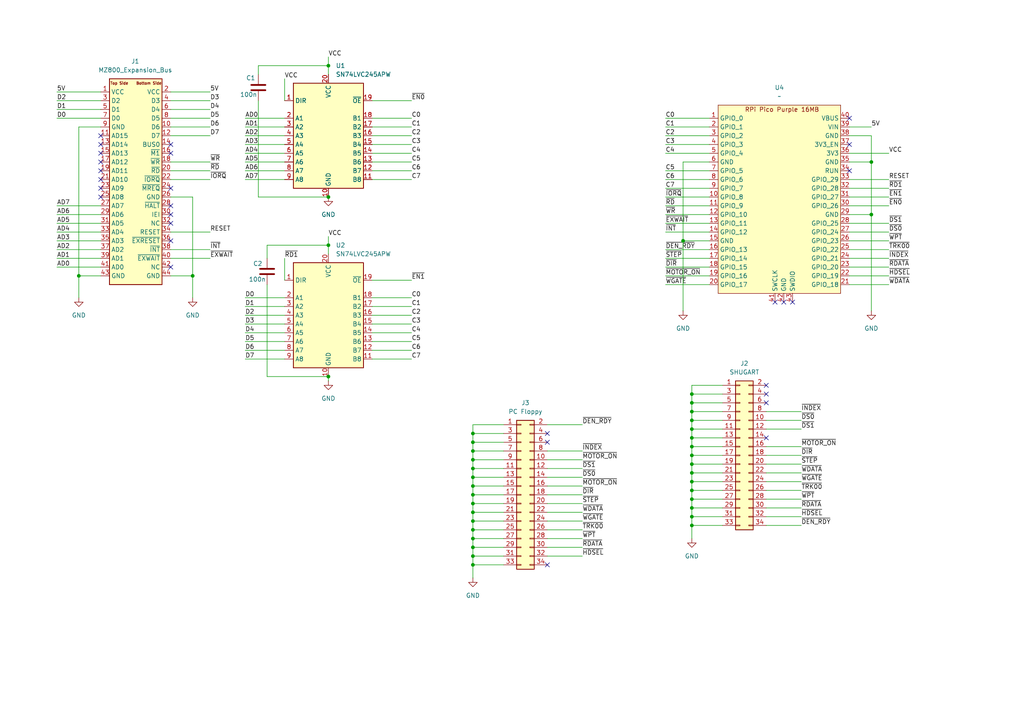
<source format=kicad_sch>
(kicad_sch (version 20250114) (generator "eeschema") (generator_version "9.0")
  (paper "A4")
  (lib_symbols
    (symbol "Connector_Generic:Conn_02x17_Odd_Even" (pin_names (offset 1.016) (hide yes))
      (property "Reference" "J" (at 1.27 22.86 0))
      (property "Value" "Conn_02x17_Odd_Even" (at 1.27 -22.86 0))
      (symbol "Conn_02x17_Odd_Even_1_1"
        (rectangle (start -1.27 21.59) (end 3.81 -21.59) (stroke (width 0.254)) (fill (type background)))
        (rectangle (start -1.27 20.447) (end 0 20.193) (stroke (width 0.1524)))
        (rectangle (start -1.27 17.907) (end 0 17.653) (stroke (width 0.1524)))
        (rectangle (start -1.27 15.367) (end 0 15.113) (stroke (width 0.1524)))
        (rectangle (start -1.27 12.827) (end 0 12.573) (stroke (width 0.1524)))
        (rectangle (start -1.27 10.287) (end 0 10.033) (stroke (width 0.1524)))
        (rectangle (start -1.27 7.747) (end 0 7.493) (stroke (width 0.1524)))
        (rectangle (start -1.27 5.207) (end 0 4.953) (stroke (width 0.1524)))
        (rectangle (start -1.27 2.667) (end 0 2.413) (stroke (width 0.1524)))
        (rectangle (start -1.27 0.127) (end 0 -0.127) (stroke (width 0.1524)))
        (rectangle (start -1.27 -2.413) (end 0 -2.667) (stroke (width 0.1524)))
        (rectangle (start -1.27 -4.953) (end 0 -5.207) (stroke (width 0.1524)))
        (rectangle (start -1.27 -7.493) (end 0 -7.747) (stroke (width 0.1524)))
        (rectangle (start -1.27 -10.033) (end 0 -10.287) (stroke (width 0.1524)))
        (rectangle (start -1.27 -12.573) (end 0 -12.827) (stroke (width 0.1524)))
        (rectangle (start -1.27 -15.113) (end 0 -15.367) (stroke (width 0.1524)))
        (rectangle (start -1.27 -17.653) (end 0 -17.907) (stroke (width 0.1524)))
        (rectangle (start -1.27 -20.193) (end 0 -20.447) (stroke (width 0.1524)))
        (rectangle (start 3.81 20.447) (end 2.54 20.193) (stroke (width 0.1524)))
        (rectangle (start 3.81 17.907) (end 2.54 17.653) (stroke (width 0.1524)))
        (rectangle (start 3.81 15.367) (end 2.54 15.113) (stroke (width 0.1524)))
        (rectangle (start 3.81 12.827) (end 2.54 12.573) (stroke (width 0.1524)))
        (rectangle (start 3.81 10.287) (end 2.54 10.033) (stroke (width 0.1524)))
        (rectangle (start 3.81 7.747) (end 2.54 7.493) (stroke (width 0.1524)))
        (rectangle (start 3.81 5.207) (end 2.54 4.953) (stroke (width 0.1524)))
        (rectangle (start 3.81 2.667) (end 2.54 2.413) (stroke (width 0.1524)))
        (rectangle (start 3.81 0.127) (end 2.54 -0.127) (stroke (width 0.1524)))
        (rectangle (start 3.81 -2.413) (end 2.54 -2.667) (stroke (width 0.1524)))
        (rectangle (start 3.81 -4.953) (end 2.54 -5.207) (stroke (width 0.1524)))
        (rectangle (start 3.81 -7.493) (end 2.54 -7.747) (stroke (width 0.1524)))
        (rectangle (start 3.81 -10.033) (end 2.54 -10.287) (stroke (width 0.1524)))
        (rectangle (start 3.81 -12.573) (end 2.54 -12.827) (stroke (width 0.1524)))
        (rectangle (start 3.81 -15.113) (end 2.54 -15.367) (stroke (width 0.1524)))
        (rectangle (start 3.81 -17.653) (end 2.54 -17.907) (stroke (width 0.1524)))
        (rectangle (start 3.81 -20.193) (end 2.54 -20.447) (stroke (width 0.1524)))
        (pin passive line (at -5.08 20.32 0) (length 3.81) (name "Pin_1") (number "1"))
        (pin passive line (at -5.08 17.78 0) (length 3.81) (name "Pin_3") (number "3"))
        (pin passive line (at -5.08 15.24 0) (length 3.81) (name "Pin_5") (number "5"))
        (pin passive line (at -5.08 12.7 0) (length 3.81) (name "Pin_7") (number "7"))
        (pin passive line (at -5.08 10.16 0) (length 3.81) (name "Pin_9") (number "9"))
        (pin passive line (at -5.08 7.62 0) (length 3.81) (name "Pin_11") (number "11"))
        (pin passive line (at -5.08 5.08 0) (length 3.81) (name "Pin_13") (number "13"))
        (pin passive line (at -5.08 2.54 0) (length 3.81) (name "Pin_15") (number "15"))
        (pin passive line (at -5.08 0 0) (length 3.81) (name "Pin_17") (number "17"))
        (pin passive line (at -5.08 -2.54 0) (length 3.81) (name "Pin_19") (number "19"))
        (pin passive line (at -5.08 -5.08 0) (length 3.81) (name "Pin_21") (number "21"))
        (pin passive line (at -5.08 -7.62 0) (length 3.81) (name "Pin_23") (number "23"))
        (pin passive line (at -5.08 -10.16 0) (length 3.81) (name "Pin_25") (number "25"))
        (pin passive line (at -5.08 -12.7 0) (length 3.81) (name "Pin_27") (number "27"))
        (pin passive line (at -5.08 -15.24 0) (length 3.81) (name "Pin_29") (number "29"))
        (pin passive line (at -5.08 -17.78 0) (length 3.81) (name "Pin_31") (number "31"))
        (pin passive line (at -5.08 -20.32 0) (length 3.81) (name "Pin_33") (number "33"))
        (pin passive line (at 7.62 20.32 180) (length 3.81) (name "Pin_2") (number "2"))
        (pin passive line (at 7.62 17.78 180) (length 3.81) (name "Pin_4") (number "4"))
        (pin passive line (at 7.62 15.24 180) (length 3.81) (name "Pin_6") (number "6"))
        (pin passive line (at 7.62 12.7 180) (length 3.81) (name "Pin_8") (number "8"))
        (pin passive line (at 7.62 10.16 180) (length 3.81) (name "Pin_10") (number "10"))
        (pin passive line (at 7.62 7.62 180) (length 3.81) (name "Pin_12") (number "12"))
        (pin passive line (at 7.62 5.08 180) (length 3.81) (name "Pin_14") (number "14"))
        (pin passive line (at 7.62 2.54 180) (length 3.81) (name "Pin_16") (number "16"))
        (pin passive line (at 7.62 0 180) (length 3.81) (name "Pin_18") (number "18"))
        (pin passive line (at 7.62 -2.54 180) (length 3.81) (name "Pin_20") (number "20"))
        (pin passive line (at 7.62 -5.08 180) (length 3.81) (name "Pin_22") (number "22"))
        (pin passive line (at 7.62 -7.62 180) (length 3.81) (name "Pin_24") (number "24"))
        (pin passive line (at 7.62 -10.16 180) (length 3.81) (name "Pin_26") (number "26"))
        (pin passive line (at 7.62 -12.7 180) (length 3.81) (name "Pin_28") (number "28"))
        (pin passive line (at 7.62 -15.24 180) (length 3.81) (name "Pin_30") (number "30"))
        (pin passive line (at 7.62 -17.78 180) (length 3.81) (name "Pin_32") (number "32"))
        (pin passive line (at 7.62 -20.32 180) (length 3.81) (name "Pin_34") (number "34"))
      )
    )
    (symbol "Device:C" (pin_numbers (hide yes)) (pin_names (offset 0.254))
      (property "Reference" "C" (at 0.635 2.54 0))
      (property "Value" "C" (at 0.635 -2.54 0))
      (symbol "C_0_1"
        (polyline (pts (xy -2.032 0.762) (xy 2.032 0.762)) (stroke (width 0.508)))
        (polyline (pts (xy -2.032 -0.762) (xy 2.032 -0.762)) (stroke (width 0.508)))
      )
      (symbol "C_1_1"
        (pin passive line (at 0 3.81 270) (length 2.794) (name "~") (number "1"))
        (pin passive line (at 0 -3.81 90) (length 2.794) (name "~") (number "2"))
      )
    )
    (symbol "Logic_LevelTranslator:SN74LVC245APW"
      (property "Reference" "U" (at -10.16 17.78 0))
      (property "Value" "SN74LVC245APW" (at 10.16 17.78 0))
      (symbol "SN74LVC245APW_0_1"
        (rectangle (start -10.16 15.24) (end 10.16 -15.24) (stroke (width 0.254)) (fill (type background)))
      )
      (symbol "SN74LVC245APW_1_1"
        (pin input line (at -12.7 10.16 0) (length 2.54) (name "DIR") (number "1"))
        (pin bidirectional line (at -12.7 5.08 0) (length 2.54) (name "A1") (number "2"))
        (pin bidirectional line (at -12.7 2.54 0) (length 2.54) (name "A2") (number "3"))
        (pin bidirectional line (at -12.7 0 0) (length 2.54) (name "A3") (number "4"))
        (pin bidirectional line (at -12.7 -2.54 0) (length 2.54) (name "A4") (number "5"))
        (pin bidirectional line (at -12.7 -5.08 0) (length 2.54) (name "A5") (number "6"))
        (pin bidirectional line (at -12.7 -7.62 0) (length 2.54) (name "A6") (number "7"))
        (pin bidirectional line (at -12.7 -10.16 0) (length 2.54) (name "A7") (number "8"))
        (pin bidirectional line (at -12.7 -12.7 0) (length 2.54) (name "A8") (number "9"))
        (pin power_in line (at 0 17.78 270) (length 2.54) (name "VCC") (number "20"))
        (pin power_in line (at 0 -17.78 90) (length 2.54) (name "GND") (number "10"))
        (pin input line (at 12.7 10.16 180) (length 2.54) (name "~{OE}") (number "19"))
        (pin bidirectional line (at 12.7 5.08 180) (length 2.54) (name "B1") (number "18"))
        (pin bidirectional line (at 12.7 2.54 180) (length 2.54) (name "B2") (number "17"))
        (pin bidirectional line (at 12.7 0 180) (length 2.54) (name "B3") (number "16"))
        (pin bidirectional line (at 12.7 -2.54 180) (length 2.54) (name "B4") (number "15"))
        (pin bidirectional line (at 12.7 -5.08 180) (length 2.54) (name "B5") (number "14"))
        (pin bidirectional line (at 12.7 -7.62 180) (length 2.54) (name "B6") (number "13"))
        (pin bidirectional line (at 12.7 -10.16 180) (length 2.54) (name "B7") (number "12"))
        (pin bidirectional line (at 12.7 -12.7 180) (length 2.54) (name "B8") (number "11"))
      )
    )
    (symbol "MZPico:MZ800_Expansion_Bus"
      (property "Reference" "J" (at 0 31.115 0))
      (property "Value" "MZ800_Expansion_Bus" (at 0 -31.115 0))
      (symbol "MZ800_Expansion_Bus_0_0"
        (text " Top Side" (at -5.08 29.21 0) (effects (font (size 0.7874 0.7874))))
        (text "Bottom Side" (at 3.81 29.21 0) (effects (font (size 0.7874 0.7874))))
      )
      (symbol "MZ800_Expansion_Bus_0_1"
        (rectangle (start -7.62 -29.21) (end 7.62 30.48) (stroke (width 0.254)) (fill (type background)))
      )
      (symbol "MZ800_Expansion_Bus_1_1"
        (pin power_out line (at -10.16 26.67 0) (length 2.54) (name "VCC") (number "1"))
        (pin tri_state line (at -10.16 24.13 0) (length 2.54) (name "D2") (number "3"))
        (pin tri_state line (at -10.16 21.59 0) (length 2.54) (name "D1") (number "5"))
        (pin tri_state line (at -10.16 19.05 0) (length 2.54) (name "D0") (number "7"))
        (pin power_in line (at -10.16 16.51 0) (length 2.54) (name "GND") (number "9"))
        (pin output line (at -10.16 13.97 0) (length 2.54) (name "AD15") (number "11"))
        (pin output line (at -10.16 11.43 0) (length 2.54) (name "AD14") (number "13"))
        (pin output line (at -10.16 8.89 0) (length 2.54) (name "AD13") (number "15"))
        (pin output line (at -10.16 6.35 0) (length 2.54) (name "AD12") (number "17"))
        (pin output line (at -10.16 3.81 0) (length 2.54) (name "AD11") (number "19"))
        (pin output line (at -10.16 1.27 0) (length 2.54) (name "AD10") (number "21"))
        (pin output line (at -10.16 -1.27 0) (length 2.54) (name "AD9") (number "23"))
        (pin output line (at -10.16 -3.81 0) (length 2.54) (name "AD8") (number "25"))
        (pin output line (at -10.16 -6.35 0) (length 2.54) (name "AD7") (number "27"))
        (pin output line (at -10.16 -8.89 0) (length 2.54) (name "AD6") (number "29"))
        (pin output line (at -10.16 -11.43 0) (length 2.54) (name "AD5") (number "31"))
        (pin output line (at -10.16 -13.97 0) (length 2.54) (name "AD4") (number "33"))
        (pin output line (at -10.16 -16.51 0) (length 2.54) (name "AD3") (number "35"))
        (pin output line (at -10.16 -19.05 0) (length 2.54) (name "AD2") (number "37"))
        (pin output line (at -10.16 -21.59 0) (length 2.54) (name "AD1") (number "39"))
        (pin output line (at -10.16 -24.13 0) (length 2.54) (name "AD0") (number "41"))
        (pin power_in line (at -10.16 -26.67 0) (length 2.54) (name "GND") (number "43"))
        (pin power_in line (at 10.16 26.67 180) (length 2.54) (name "VCC") (number "2"))
        (pin tri_state line (at 10.16 24.13 180) (length 2.54) (name "D3") (number "4"))
        (pin tri_state line (at 10.16 21.59 180) (length 2.54) (name "D4") (number "6"))
        (pin tri_state line (at 10.16 19.05 180) (length 2.54) (name "D5") (number "8"))
        (pin tri_state line (at 10.16 16.51 180) (length 2.54) (name "D6") (number "10"))
        (pin tri_state line (at 10.16 13.97 180) (length 2.54) (name "D7") (number "12"))
        (pin output line (at 10.16 11.43 180) (length 2.54) (name "BUS0") (number "14"))
        (pin output line (at 10.16 8.89 180) (length 2.54) (name "~{M1}") (number "16"))
        (pin output line (at 10.16 6.35 180) (length 2.54) (name "~{WR}") (number "18"))
        (pin output line (at 10.16 3.81 180) (length 2.54) (name "~{RD}") (number "20"))
        (pin output line (at 10.16 1.27 180) (length 2.54) (name "~{IORQ}") (number "22"))
        (pin output line (at 10.16 -1.27 180) (length 2.54) (name "~{MREQ}") (number "24"))
        (pin power_out line (at 10.16 -3.81 180) (length 2.54) (name "GND") (number "26"))
        (pin input line (at 10.16 -6.35 180) (length 2.54) (name "~{HALT}") (number "28"))
        (pin input line (at 10.16 -8.89 180) (length 2.54) (name "IEI") (number "30"))
        (pin passive line (at 10.16 -11.43 180) (length 2.54) (name "NC") (number "32"))
        (pin output line (at 10.16 -13.97 180) (length 2.54) (name "RESET") (number "34"))
        (pin input line (at 10.16 -16.51 180) (length 2.54) (name "~{EXRESET}") (number "36"))
        (pin input line (at 10.16 -19.05 180) (length 2.54) (name "~{INT}") (number "38"))
        (pin input line (at 10.16 -21.59 180) (length 2.54) (name "~{EXWAIT}") (number "40"))
        (pin passive line (at 10.16 -24.13 180) (length 2.54) (name "NC") (number "42"))
        (pin power_in line (at 10.16 -26.67 180) (length 2.54) (name "GND") (number "44"))
      )
    )
    (symbol "MZPico:Pico_Purple_16MB"
      (property "Reference" "U" (at -2.286 3.81 0))
      (symbol "Pico_Purple_16MB_1_1"
        (rectangle (start -19.05 1.27) (end 16.51 -53.34) (fill (type background)))
        (text "RPi Pico Purple 16MB" (at -0.508 0 0) (effects (font (size 1.27 1.27))))
        (pin bidirectional line (at -21.59 -2.54 0) (length 2.54) (name "GPIO_0") (number "1"))
        (pin bidirectional line (at -21.59 -5.08 0) (length 2.54) (name "GPIO_1") (number "2"))
        (pin bidirectional line (at -21.59 -7.62 0) (length 2.54) (name "GPIO_2") (number "3"))
        (pin bidirectional line (at -21.59 -10.16 0) (length 2.54) (name "GPIO_3") (number "4"))
        (pin bidirectional line (at -21.59 -12.7 0) (length 2.54) (name "GPIO_4") (number "5"))
        (pin power_in line (at -21.59 -15.24 0) (length 2.54) (name "GND") (number "6"))
        (pin bidirectional line (at -21.59 -17.78 0) (length 2.54) (name "GPIO_5") (number "7"))
        (pin bidirectional line (at -21.59 -20.32 0) (length 2.54) (name "GPIO_6") (number "8"))
        (pin bidirectional line (at -21.59 -22.86 0) (length 2.54) (name "GPIO_7") (number "9"))
        (pin bidirectional line (at -21.59 -25.4 0) (length 2.54) (name "GPIO_8") (number "10"))
        (pin bidirectional line (at -21.59 -27.94 0) (length 2.54) (name "GPIO_9") (number "11"))
        (pin bidirectional line (at -21.59 -30.48 0) (length 2.54) (name "GPIO_10") (number "12"))
        (pin bidirectional line (at -21.59 -33.02 0) (length 2.54) (name "GPIO_11") (number "13"))
        (pin bidirectional line (at -21.59 -35.56 0) (length 2.54) (name "GPIO_12") (number "14"))
        (pin power_in line (at -21.59 -38.1 0) (length 2.54) (name "GND") (number "15"))
        (pin bidirectional line (at -21.59 -40.64 0) (length 2.54) (name "GPIO_13") (number "16"))
        (pin bidirectional line (at -21.59 -43.18 0) (length 2.54) (name "GPIO_14") (number "17"))
        (pin bidirectional line (at -21.59 -45.72 0) (length 2.54) (name "GPIO_15") (number "18"))
        (pin bidirectional line (at -21.59 -48.26 0) (length 2.54) (name "GPIO_16") (number "19"))
        (pin bidirectional line (at -21.59 -50.8 0) (length 2.54) (name "GPIO_17") (number "20"))
        (pin input line (at -2.54 -55.88 90) (length 2.54) (name "SWCLK") (number "41"))
        (pin power_in line (at 0 -55.88 90) (length 2.54) (name "GND") (number "42"))
        (pin bidirectional line (at 2.54 -55.88 90) (length 2.54) (name "SWDIO") (number "43"))
        (pin power_in line (at 19.05 -2.54 180) (length 2.54) (name "VBUS") (number "40"))
        (pin power_in line (at 19.05 -5.08 180) (length 2.54) (name "VIN") (number "39"))
        (pin power_in line (at 19.05 -7.62 180) (length 2.54) (name "GND") (number "38"))
        (pin input line (at 19.05 -10.16 180) (length 2.54) (name "3V3_EN") (number "37"))
        (pin power_in line (at 19.05 -12.7 180) (length 2.54) (name "3V3") (number "36"))
        (pin power_in line (at 19.05 -15.24 180) (length 2.54) (name "GND") (number "35"))
        (pin input line (at 19.05 -17.78 180) (length 2.54) (name "RUN") (number "34"))
        (pin bidirectional line (at 19.05 -20.32 180) (length 2.54) (name "GPIO_29") (number "33"))
        (pin bidirectional line (at 19.05 -22.86 180) (length 2.54) (name "GPIO_28") (number "32"))
        (pin bidirectional line (at 19.05 -25.4 180) (length 2.54) (name "GPIO_27") (number "31"))
        (pin bidirectional line (at 19.05 -27.94 180) (length 2.54) (name "GPIO_26") (number "30"))
        (pin power_in line (at 19.05 -30.48 180) (length 2.54) (name "GND") (number "29"))
        (pin bidirectional line (at 19.05 -33.02 180) (length 2.54) (name "GPIO_25") (number "28"))
        (pin bidirectional line (at 19.05 -35.56 180) (length 2.54) (name "GPIO_24") (number "27"))
        (pin bidirectional line (at 19.05 -38.1 180) (length 2.54) (name "GPIO_23") (number "26"))
        (pin bidirectional line (at 19.05 -40.64 180) (length 2.54) (name "GPIO_22") (number "25"))
        (pin bidirectional line (at 19.05 -43.18 180) (length 2.54) (name "GPIO_21") (number "24"))
        (pin bidirectional line (at 19.05 -45.72 180) (length 2.54) (name "GPIO_20") (number "23"))
        (pin bidirectional line (at 19.05 -48.26 180) (length 2.54) (name "GPIO_19") (number "22"))
        (pin bidirectional line (at 19.05 -50.8 180) (length 2.54) (name "GPIO_18") (number "21"))
      )
    )
    (symbol "power:GND" (power) (pin_numbers (hide yes)) (pin_names (offset 0) (hide yes))
      (property "Value" "GND" (at 0 -3.81 0))
      (symbol "GND_0_1"
        (polyline (pts (xy 0 0) (xy 0 -1.27) (xy 1.27 -1.27) (xy 0 -2.54) (xy -1.27 -1.27) (xy 0 -1.27)))
      )
      (symbol "GND_1_1"
        (pin power_in line (at 0 0 270) (length 0) (name "~") (number "1"))
      )
    )
  )
  (junction (at 200.66 129.54))
  (junction (at 200.66 116.84))
  (junction (at 95.25 57.15))
  (junction (at 252.73 62.23))
  (junction (at 198.12 69.85))
  (junction (at 95.25 71.12))
  (junction (at 200.66 121.92))
  (junction (at 137.16 151.13))
  (junction (at 200.66 152.4))
  (junction (at 200.66 134.62))
  (junction (at 200.66 119.38))
  (junction (at 200.66 132.08))
  (junction (at 137.16 146.05))
  (junction (at 137.16 140.97))
  (junction (at 137.16 148.59))
  (junction (at 200.66 127))
  (junction (at 200.66 137.16))
  (junction (at 137.16 156.21))
  (junction (at 95.25 109.22))
  (junction (at 137.16 125.73))
  (junction (at 137.16 163.83))
  (junction (at 55.88 80.01))
  (junction (at 200.66 149.86))
  (junction (at 137.16 133.35))
  (junction (at 200.66 124.46))
  (junction (at 252.73 46.99))
  (junction (at 137.16 143.51))
  (junction (at 137.16 130.81))
  (junction (at 137.16 158.75))
  (junction (at 137.16 161.29))
  (junction (at 200.66 139.7))
  (junction (at 95.25 19.05))
  (junction (at 137.16 135.89))
  (junction (at 137.16 128.27))
  (junction (at 200.66 114.3))
  (junction (at 200.66 147.32))
  (junction (at 200.66 142.24))
  (junction (at 22.86 80.01))
  (junction (at 137.16 153.67))
  (junction (at 200.66 144.78))
  (junction (at 137.16 138.43))
  (no_connect (at 246.38 49.53))
  (no_connect (at 49.53 54.61))
  (no_connect (at 158.75 128.27))
  (no_connect (at 29.21 52.07))
  (no_connect (at 49.53 77.47))
  (no_connect (at 29.21 46.99))
  (no_connect (at 229.87 87.63))
  (no_connect (at 222.25 111.76))
  (no_connect (at 222.25 127))
  (no_connect (at 222.25 116.84))
  (no_connect (at 29.21 57.15))
  (no_connect (at 227.33 87.63))
  (no_connect (at 246.38 34.29))
  (no_connect (at 224.79 87.63))
  (no_connect (at 49.53 62.23))
  (no_connect (at 222.25 114.3))
  (no_connect (at 29.21 44.45))
  (no_connect (at 246.38 41.91))
  (no_connect (at 29.21 54.61))
  (no_connect (at 29.21 39.37))
  (no_connect (at 29.21 49.53))
  (no_connect (at 158.75 125.73))
  (no_connect (at 49.53 41.91))
  (no_connect (at 49.53 59.69))
  (no_connect (at 49.53 64.77))
  (no_connect (at 49.53 44.45))
  (no_connect (at 49.53 69.85))
  (no_connect (at 158.75 163.83))
  (no_connect (at 29.21 41.91))
  (wire (pts (xy 200.66 152.4) (xy 209.55 152.4)))
  (wire (pts (xy 137.16 138.43) (xy 137.16 140.97)))
  (wire (pts (xy 246.38 39.37) (xy 252.73 39.37)))
  (wire (pts (xy 82.55 22.86) (xy 82.55 29.21)))
  (wire (pts (xy 158.75 143.51) (xy 168.91 143.51)))
  (wire (pts (xy 137.16 158.75) (xy 146.05 158.75)))
  (wire (pts (xy 107.95 39.37) (xy 119.38 39.37)))
  (wire (pts (xy 137.16 143.51) (xy 137.16 146.05)))
  (wire (pts (xy 16.51 62.23) (xy 29.21 62.23)))
  (wire (pts (xy 137.16 163.83) (xy 146.05 163.83)))
  (wire (pts (xy 71.12 39.37) (xy 82.55 39.37)))
  (wire (pts (xy 200.66 132.08) (xy 209.55 132.08)))
  (wire (pts (xy 246.38 54.61) (xy 257.81 54.61)))
  (wire (pts (xy 193.04 72.39) (xy 205.74 72.39)))
  (wire (pts (xy 158.75 161.29) (xy 168.91 161.29)))
  (wire (pts (xy 137.16 161.29) (xy 146.05 161.29)))
  (wire (pts (xy 137.16 128.27) (xy 137.16 130.81)))
  (wire (pts (xy 49.53 36.83) (xy 60.96 36.83)))
  (wire (pts (xy 222.25 139.7) (xy 232.41 139.7)))
  (wire (pts (xy 137.16 151.13) (xy 146.05 151.13)))
  (wire (pts (xy 158.75 140.97) (xy 168.91 140.97)))
  (wire (pts (xy 137.16 156.21) (xy 146.05 156.21)))
  (wire (pts (xy 71.12 101.6) (xy 82.55 101.6)))
  (wire (pts (xy 71.12 91.44) (xy 82.55 91.44)))
  (wire (pts (xy 49.53 39.37) (xy 60.96 39.37)))
  (wire (pts (xy 193.04 41.91) (xy 205.74 41.91)))
  (wire (pts (xy 71.12 88.9) (xy 82.55 88.9)))
  (wire (pts (xy 71.12 96.52) (xy 82.55 96.52)))
  (wire (pts (xy 49.53 49.53) (xy 60.96 49.53)))
  (wire (pts (xy 137.16 123.19) (xy 137.16 125.73)))
  (wire (pts (xy 49.53 72.39) (xy 60.96 72.39)))
  (wire (pts (xy 137.16 140.97) (xy 146.05 140.97)))
  (wire (pts (xy 252.73 46.99) (xy 252.73 62.23)))
  (wire (pts (xy 246.38 80.01) (xy 257.81 80.01)))
  (wire (pts (xy 71.12 44.45) (xy 82.55 44.45)))
  (wire (pts (xy 200.66 147.32) (xy 200.66 149.86)))
  (wire (pts (xy 246.38 52.07) (xy 257.81 52.07)))
  (wire (pts (xy 137.16 163.83) (xy 137.16 167.64)))
  (wire (pts (xy 16.51 34.29) (xy 29.21 34.29)))
  (wire (pts (xy 158.75 153.67) (xy 168.91 153.67)))
  (wire (pts (xy 200.66 119.38) (xy 200.66 121.92)))
  (wire (pts (xy 193.04 80.01) (xy 205.74 80.01)))
  (wire (pts (xy 200.66 111.76) (xy 200.66 114.3)))
  (wire (pts (xy 193.04 74.93) (xy 205.74 74.93)))
  (wire (pts (xy 200.66 139.7) (xy 209.55 139.7)))
  (wire (pts (xy 246.38 77.47) (xy 257.81 77.47)))
  (wire (pts (xy 137.16 146.05) (xy 137.16 148.59)))
  (wire (pts (xy 200.66 114.3) (xy 200.66 116.84)))
  (wire (pts (xy 107.95 46.99) (xy 119.38 46.99)))
  (wire (pts (xy 95.25 68.58) (xy 95.25 71.12)))
  (wire (pts (xy 246.38 46.99) (xy 252.73 46.99)))
  (wire (pts (xy 137.16 143.51) (xy 146.05 143.51)))
  (wire (pts (xy 246.38 57.15) (xy 257.81 57.15)))
  (wire (pts (xy 95.25 16.51) (xy 95.25 19.05)))
  (wire (pts (xy 158.75 133.35) (xy 168.91 133.35)))
  (wire (pts (xy 193.04 62.23) (xy 205.74 62.23)))
  (wire (pts (xy 16.51 69.85) (xy 29.21 69.85)))
  (wire (pts (xy 193.04 34.29) (xy 205.74 34.29)))
  (wire (pts (xy 82.55 74.93) (xy 82.55 81.28)))
  (wire (pts (xy 49.53 74.93) (xy 60.96 74.93)))
  (wire (pts (xy 158.75 123.19) (xy 168.91 123.19)))
  (wire (pts (xy 137.16 133.35) (xy 137.16 135.89)))
  (wire (pts (xy 137.16 135.89) (xy 137.16 138.43)))
  (wire (pts (xy 158.75 156.21) (xy 168.91 156.21)))
  (wire (pts (xy 200.66 127) (xy 200.66 129.54)))
  (wire (pts (xy 107.95 29.21) (xy 119.38 29.21)))
  (wire (pts (xy 95.25 71.12) (xy 95.25 73.66)))
  (wire (pts (xy 71.12 86.36) (xy 82.55 86.36)))
  (wire (pts (xy 200.66 149.86) (xy 209.55 149.86)))
  (wire (pts (xy 71.12 41.91) (xy 82.55 41.91)))
  (wire (pts (xy 200.66 137.16) (xy 200.66 139.7)))
  (wire (pts (xy 137.16 148.59) (xy 146.05 148.59)))
  (wire (pts (xy 71.12 49.53) (xy 82.55 49.53)))
  (wire (pts (xy 193.04 59.69) (xy 205.74 59.69)))
  (wire (pts (xy 246.38 74.93) (xy 257.81 74.93)))
  (wire (pts (xy 193.04 36.83) (xy 205.74 36.83)))
  (wire (pts (xy 200.66 152.4) (xy 200.66 156.21)))
  (wire (pts (xy 252.73 62.23) (xy 252.73 90.17)))
  (wire (pts (xy 49.53 52.07) (xy 60.96 52.07)))
  (wire (pts (xy 158.75 158.75) (xy 168.91 158.75)))
  (wire (pts (xy 49.53 26.67) (xy 60.96 26.67)))
  (wire (pts (xy 49.53 67.31) (xy 60.96 67.31)))
  (wire (pts (xy 222.25 142.24) (xy 232.41 142.24)))
  (wire (pts (xy 107.95 99.06) (xy 119.38 99.06)))
  (wire (pts (xy 200.66 149.86) (xy 200.66 152.4)))
  (wire (pts (xy 200.66 139.7) (xy 200.66 142.24)))
  (wire (pts (xy 222.25 132.08) (xy 232.41 132.08)))
  (wire (pts (xy 74.93 57.15) (xy 95.25 57.15)))
  (wire (pts (xy 200.66 121.92) (xy 200.66 124.46)))
  (wire (pts (xy 16.51 29.21) (xy 29.21 29.21)))
  (wire (pts (xy 137.16 146.05) (xy 146.05 146.05)))
  (wire (pts (xy 200.66 116.84) (xy 200.66 119.38)))
  (wire (pts (xy 200.66 137.16) (xy 209.55 137.16)))
  (wire (pts (xy 222.25 119.38) (xy 232.41 119.38)))
  (wire (pts (xy 200.66 124.46) (xy 200.66 127)))
  (wire (pts (xy 246.38 62.23) (xy 252.73 62.23)))
  (wire (pts (xy 193.04 54.61) (xy 205.74 54.61)))
  (wire (pts (xy 193.04 49.53) (xy 205.74 49.53)))
  (wire (pts (xy 77.47 82.55) (xy 77.47 109.22)))
  (wire (pts (xy 49.53 57.15) (xy 55.88 57.15)))
  (wire (pts (xy 200.66 111.76) (xy 209.55 111.76)))
  (wire (pts (xy 193.04 57.15) (xy 205.74 57.15)))
  (wire (pts (xy 107.95 81.28) (xy 119.38 81.28)))
  (wire (pts (xy 95.25 109.22) (xy 95.25 110.49)))
  (wire (pts (xy 193.04 82.55) (xy 205.74 82.55)))
  (wire (pts (xy 200.66 134.62) (xy 209.55 134.62)))
  (wire (pts (xy 137.16 140.97) (xy 137.16 143.51)))
  (wire (pts (xy 137.16 128.27) (xy 146.05 128.27)))
  (wire (pts (xy 107.95 93.98) (xy 119.38 93.98)))
  (wire (pts (xy 222.25 121.92) (xy 232.41 121.92)))
  (wire (pts (xy 107.95 96.52) (xy 119.38 96.52)))
  (wire (pts (xy 200.66 144.78) (xy 209.55 144.78)))
  (wire (pts (xy 137.16 125.73) (xy 137.16 128.27)))
  (wire (pts (xy 246.38 64.77) (xy 257.81 64.77)))
  (wire (pts (xy 107.95 41.91) (xy 119.38 41.91)))
  (wire (pts (xy 222.25 149.86) (xy 232.41 149.86)))
  (wire (pts (xy 49.53 46.99) (xy 60.96 46.99)))
  (wire (pts (xy 200.66 144.78) (xy 200.66 147.32)))
  (wire (pts (xy 137.16 130.81) (xy 137.16 133.35)))
  (wire (pts (xy 16.51 74.93) (xy 29.21 74.93)))
  (wire (pts (xy 77.47 71.12) (xy 95.25 71.12)))
  (wire (pts (xy 74.93 19.05) (xy 95.25 19.05)))
  (wire (pts (xy 16.51 59.69) (xy 29.21 59.69)))
  (wire (pts (xy 222.25 134.62) (xy 232.41 134.62)))
  (wire (pts (xy 137.16 156.21) (xy 137.16 158.75)))
  (wire (pts (xy 107.95 86.36) (xy 119.38 86.36)))
  (wire (pts (xy 158.75 148.59) (xy 168.91 148.59)))
  (wire (pts (xy 22.86 80.01) (xy 22.86 86.36)))
  (wire (pts (xy 77.47 74.93) (xy 77.47 71.12)))
  (wire (pts (xy 107.95 36.83) (xy 119.38 36.83)))
  (wire (pts (xy 16.51 31.75) (xy 29.21 31.75)))
  (wire (pts (xy 193.04 44.45) (xy 205.74 44.45)))
  (wire (pts (xy 200.66 142.24) (xy 200.66 144.78)))
  (wire (pts (xy 246.38 69.85) (xy 257.81 69.85)))
  (wire (pts (xy 137.16 153.67) (xy 146.05 153.67)))
  (wire (pts (xy 200.66 124.46) (xy 209.55 124.46)))
  (wire (pts (xy 107.95 104.14) (xy 119.38 104.14)))
  (wire (pts (xy 198.12 46.99) (xy 198.12 69.85)))
  (wire (pts (xy 74.93 29.21) (xy 74.93 57.15)))
  (wire (pts (xy 16.51 72.39) (xy 29.21 72.39)))
  (wire (pts (xy 200.66 114.3) (xy 209.55 114.3)))
  (wire (pts (xy 200.66 116.84) (xy 209.55 116.84)))
  (wire (pts (xy 193.04 67.31) (xy 205.74 67.31)))
  (wire (pts (xy 137.16 133.35) (xy 146.05 133.35)))
  (wire (pts (xy 107.95 49.53) (xy 119.38 49.53)))
  (wire (pts (xy 137.16 151.13) (xy 137.16 153.67)))
  (wire (pts (xy 222.25 129.54) (xy 232.41 129.54)))
  (wire (pts (xy 158.75 138.43) (xy 168.91 138.43)))
  (wire (pts (xy 107.95 44.45) (xy 119.38 44.45)))
  (wire (pts (xy 107.95 34.29) (xy 119.38 34.29)))
  (wire (pts (xy 22.86 36.83) (xy 22.86 80.01)))
  (wire (pts (xy 49.53 31.75) (xy 60.96 31.75)))
  (wire (pts (xy 71.12 36.83) (xy 82.55 36.83)))
  (wire (pts (xy 158.75 135.89) (xy 168.91 135.89)))
  (wire (pts (xy 49.53 34.29) (xy 60.96 34.29)))
  (wire (pts (xy 107.95 52.07) (xy 119.38 52.07)))
  (wire (pts (xy 137.16 148.59) (xy 137.16 151.13)))
  (wire (pts (xy 193.04 52.07) (xy 205.74 52.07)))
  (wire (pts (xy 246.38 36.83) (xy 252.73 36.83)))
  (wire (pts (xy 74.93 21.59) (xy 74.93 19.05)))
  (wire (pts (xy 246.38 72.39) (xy 257.81 72.39)))
  (wire (pts (xy 158.75 151.13) (xy 168.91 151.13)))
  (wire (pts (xy 200.66 147.32) (xy 209.55 147.32)))
  (wire (pts (xy 77.47 109.22) (xy 95.25 109.22)))
  (wire (pts (xy 71.12 104.14) (xy 82.55 104.14)))
  (wire (pts (xy 246.38 82.55) (xy 257.81 82.55)))
  (wire (pts (xy 29.21 36.83) (xy 22.86 36.83)))
  (wire (pts (xy 107.95 91.44) (xy 119.38 91.44)))
  (wire (pts (xy 71.12 52.07) (xy 82.55 52.07)))
  (wire (pts (xy 71.12 46.99) (xy 82.55 46.99)))
  (wire (pts (xy 29.21 80.01) (xy 22.86 80.01)))
  (wire (pts (xy 158.75 146.05) (xy 168.91 146.05)))
  (wire (pts (xy 193.04 64.77) (xy 205.74 64.77)))
  (wire (pts (xy 193.04 77.47) (xy 205.74 77.47)))
  (wire (pts (xy 198.12 69.85) (xy 205.74 69.85)))
  (wire (pts (xy 200.66 132.08) (xy 200.66 134.62)))
  (wire (pts (xy 222.25 144.78) (xy 232.41 144.78)))
  (wire (pts (xy 200.66 129.54) (xy 209.55 129.54)))
  (wire (pts (xy 137.16 153.67) (xy 137.16 156.21)))
  (wire (pts (xy 137.16 135.89) (xy 146.05 135.89)))
  (wire (pts (xy 222.25 147.32) (xy 232.41 147.32)))
  (wire (pts (xy 49.53 29.21) (xy 60.96 29.21)))
  (wire (pts (xy 71.12 93.98) (xy 82.55 93.98)))
  (wire (pts (xy 71.12 34.29) (xy 82.55 34.29)))
  (wire (pts (xy 198.12 69.85) (xy 198.12 90.17)))
  (wire (pts (xy 246.38 67.31) (xy 257.81 67.31)))
  (wire (pts (xy 137.16 161.29) (xy 137.16 163.83)))
  (wire (pts (xy 222.25 152.4) (xy 232.41 152.4)))
  (wire (pts (xy 137.16 125.73) (xy 146.05 125.73)))
  (wire (pts (xy 252.73 39.37) (xy 252.73 46.99)))
  (wire (pts (xy 200.66 119.38) (xy 209.55 119.38)))
  (wire (pts (xy 200.66 121.92) (xy 209.55 121.92)))
  (wire (pts (xy 200.66 134.62) (xy 200.66 137.16)))
  (wire (pts (xy 137.16 123.19) (xy 146.05 123.19)))
  (wire (pts (xy 95.25 19.05) (xy 95.25 21.59)))
  (wire (pts (xy 16.51 26.67) (xy 29.21 26.67)))
  (wire (pts (xy 246.38 44.45) (xy 257.81 44.45)))
  (wire (pts (xy 200.66 142.24) (xy 209.55 142.24)))
  (wire (pts (xy 16.51 64.77) (xy 29.21 64.77)))
  (wire (pts (xy 49.53 80.01) (xy 55.88 80.01)))
  (wire (pts (xy 137.16 158.75) (xy 137.16 161.29)))
  (wire (pts (xy 107.95 88.9) (xy 119.38 88.9)))
  (wire (pts (xy 137.16 130.81) (xy 146.05 130.81)))
  (wire (pts (xy 158.75 130.81) (xy 168.91 130.81)))
  (wire (pts (xy 16.51 77.47) (xy 29.21 77.47)))
  (wire (pts (xy 16.51 67.31) (xy 29.21 67.31)))
  (wire (pts (xy 71.12 99.06) (xy 82.55 99.06)))
  (wire (pts (xy 200.66 129.54) (xy 200.66 132.08)))
  (wire (pts (xy 107.95 101.6) (xy 119.38 101.6)))
  (wire (pts (xy 193.04 39.37) (xy 205.74 39.37)))
  (wire (pts (xy 246.38 59.69) (xy 257.81 59.69)))
  (wire (pts (xy 200.66 127) (xy 209.55 127)))
  (wire (pts (xy 55.88 57.15) (xy 55.88 80.01)))
  (wire (pts (xy 55.88 80.01) (xy 55.88 86.36)))
  (wire (pts (xy 137.16 138.43) (xy 146.05 138.43)))
  (wire (pts (xy 222.25 124.46) (xy 232.41 124.46)))
  (wire (pts (xy 205.74 46.99) (xy 198.12 46.99)))
  (wire (pts (xy 222.25 137.16) (xy 232.41 137.16)))
  (label "~{HDSEL}" (at 232.41 149.86 0))
  (label "~{RDATA}" (at 232.41 147.32 0))
  (label "5V" (at 16.51 26.67 0))
  (label "~{RD}" (at 193.04 59.69 0))
  (label "D6" (at 71.12 101.6 0))
  (label "C5" (at 119.38 99.06 0))
  (label "AD3" (at 71.12 41.91 0))
  (label "D3" (at 71.12 93.98 0))
  (label "~{WDATA}" (at 257.81 82.55 0))
  (label "D2" (at 16.51 29.21 0))
  (label "D1" (at 71.12 88.9 0))
  (label "AD4" (at 16.51 67.31 0))
  (label "~{TRK00}" (at 168.91 153.67 0))
  (label "~{DEN_RDY}" (at 168.91 123.19 0))
  (label "~{WPT}" (at 232.41 144.78 0))
  (label "C6" (at 193.04 52.07 0))
  (label "C7" (at 119.38 52.07 0))
  (label "~{EN0}" (at 119.38 29.21 0))
  (label "~{INT}" (at 60.96 72.39 0))
  (label "C4" (at 119.38 96.52 0))
  (label "AD1" (at 71.12 36.83 0))
  (label "~{DIR}" (at 168.91 143.51 0))
  (label "~{INDEX}" (at 232.41 119.38 0))
  (label "C1" (at 119.38 36.83 0))
  (label "C3" (at 119.38 41.91 0))
  (label "C7" (at 119.38 104.14 0))
  (label "AD5" (at 71.12 46.99 0))
  (label "VCC" (at 95.25 16.51 0))
  (label "D6" (at 60.96 36.83 0))
  (label "AD0" (at 16.51 77.47 0))
  (label "~{WDATA}" (at 168.91 148.59 0))
  (label "~{HDSEL}" (at 257.81 80.01 0))
  (label "C6" (at 119.38 101.6 0))
  (label "C2" (at 119.38 39.37 0))
  (label "~{RDATA}" (at 257.81 77.47 0))
  (label "~{IORQ}" (at 193.04 57.15 0))
  (label "~{RDATA}" (at 168.91 158.75 0))
  (label "~{EN1}" (at 119.38 81.28 0))
  (label "~{STEP}" (at 193.04 74.93 0))
  (label "~{DS0}" (at 168.91 138.43 0))
  (label "C4" (at 193.04 44.45 0))
  (label "5V" (at 252.73 36.83 0))
  (label "AD4" (at 71.12 44.45 0))
  (label "~{RD}" (at 60.96 49.53 0))
  (label "~{STEP}" (at 232.41 134.62 0))
  (label "~{STEP}" (at 168.91 146.05 0))
  (label "~{DS0}" (at 257.81 67.31 0))
  (label "~{TRK00}" (at 257.81 72.39 0))
  (label "C3" (at 119.38 93.98 0))
  (label "AD6" (at 16.51 62.23 0))
  (label "D4" (at 71.12 96.52 0))
  (label "~{MOTOR_ON}" (at 232.41 129.54 0))
  (label "~{INDEX}" (at 257.81 74.93 0))
  (label "~{DEN_RDY}" (at 232.41 152.4 0))
  (label "~{EXWAIT}" (at 60.96 74.93 0))
  (label "C0" (at 119.38 86.36 0))
  (label "~{MOTOR_ON}" (at 168.91 140.97 0))
  (label "AD6" (at 71.12 49.53 0))
  (label "~{DS0}" (at 232.41 121.92 0))
  (label "AD0" (at 71.12 34.29 0))
  (label "~{WGATE}" (at 193.04 82.55 0))
  (label "~{WPT}" (at 168.91 156.21 0))
  (label "~{DEN_RDY}" (at 193.04 72.39 0))
  (label "AD1" (at 16.51 74.93 0))
  (label "C2" (at 119.38 91.44 0))
  (label "~{WGATE}" (at 232.41 139.7 0))
  (label "~{HDSEL}" (at 168.91 161.29 0))
  (label "~{MOTOR_ON}" (at 168.91 133.35 0))
  (label "~{WR}" (at 60.96 46.99 0))
  (label "D1" (at 16.51 31.75 0))
  (label "C6" (at 119.38 49.53 0))
  (label "D4" (at 60.96 31.75 0))
  (label "~{WPT}" (at 257.81 69.85 0))
  (label "~{TRK00}" (at 232.41 142.24 0))
  (label "AD3" (at 16.51 69.85 0))
  (label "AD7" (at 16.51 59.69 0))
  (label "~{RD1}" (at 257.81 54.61 0))
  (label "D7" (at 71.12 104.14 0))
  (label "VCC" (at 95.25 68.58 0))
  (label "~{WGATE}" (at 168.91 151.13 0))
  (label "C0" (at 119.38 34.29 0))
  (label "VCC" (at 82.55 22.86 0))
  (label "C1" (at 193.04 36.83 0))
  (label "D0" (at 71.12 86.36 0))
  (label "D7" (at 60.96 39.37 0))
  (label "~{DIR}" (at 232.41 132.08 0))
  (label "~{EXWAIT}" (at 193.04 64.77 0))
  (label "AD7" (at 71.12 52.07 0))
  (label "~{EN0}" (at 257.81 59.69 0))
  (label "~{DS1}" (at 168.91 135.89 0))
  (label "D5" (at 60.96 34.29 0))
  (label "5V" (at 60.96 26.67 0))
  (label "C2" (at 193.04 39.37 0))
  (label "RESET" (at 257.81 52.07 0))
  (label "C4" (at 119.38 44.45 0))
  (label "~{DS1}" (at 257.81 64.77 0))
  (label "~{MOTOR_ON}" (at 193.04 80.01 0))
  (label "C0" (at 193.04 34.29 0))
  (label "~{EN1}" (at 257.81 57.15 0))
  (label "~{WDATA}" (at 232.41 137.16 0))
  (label "C3" (at 193.04 41.91 0))
  (label "~{DIR}" (at 193.04 77.47 0))
  (label "AD2" (at 71.12 39.37 0))
  (label "C7" (at 193.04 54.61 0))
  (label "~{IORQ}" (at 60.96 52.07 0))
  (label "~{RD1}" (at 82.55 74.93 0))
  (label "C1" (at 119.38 88.9 0))
  (label "RESET" (at 60.96 67.31 0))
  (label "~{WR}" (at 193.04 62.23 0))
  (label "D0" (at 16.51 34.29 0))
  (label "D5" (at 71.12 99.06 0))
  (label "~{INT}" (at 193.04 67.31 0))
  (label "D3" (at 60.96 29.21 0))
  (label "AD5" (at 16.51 64.77 0))
  (label "AD2" (at 16.51 72.39 0))
  (label "VCC" (at 257.81 44.45 0))
  (label "C5" (at 119.38 46.99 0))
  (label "~{DS1}" (at 232.41 124.46 0))
  (label "C5" (at 193.04 49.53 0))
  (label "~{INDEX}" (at 168.91 130.81 0))
  (label "D2" (at 71.12 91.44 0))
  (symbol (lib_id "power:GND") (at 198.12 90.17 0) (unit 1)
    (property "Reference" "#PWR07" (effects (hide yes)))
    (property "Value" "GND" (at 198.12 95.25 0))
    (property "Description" "Power symbol creates a global label with name \"GND\" , ground" (effects (hide yes)))
  )
  (symbol (lib_id "Device:C") (at 74.93 25.4 0) (unit 1)
    (property "Reference" "C1" (at 71.374 22.606 0) (effects (justify left)))
    (property "Value" "100n" (at 69.596 27.432 0) (effects (justify left)))
    (property "Footprint" "Capacitor_SMD:C_0805_2012Metric" (effects (hide yes)))
    (property "Description" "Unpolarized capacitor" (effects (hide yes)))
  )
  (symbol (lib_id "power:GND") (at 55.88 86.36 0) (unit 1)
    (property "Reference" "#PWR04" (effects (hide yes)))
    (property "Value" "GND" (at 55.88 91.44 0))
    (property "Description" "Power symbol creates a global label with name \"GND\" , ground" (effects (hide yes)))
  )
  (symbol (lib_id "Connector_Generic:Conn_02x17_Odd_Even") (at 214.63 132.08 0) (unit 1)
    (property "Reference" "J2" (at 215.9 105.41 0))
    (property "Value" "SHUGART" (at 215.9 107.95 0))
    (property "Footprint" "MZPico:Floppy_Shugart_Edge" (effects (hide yes)))
    (property "Description" "Generic connector, double row, 02x17, odd/even pin numbering scheme (row 1 odd numbers, row 2 even numbers), script generated (kicad-library-utils/schlib/autogen/connector/)" (effects (hide yes)))
  )
  (symbol (lib_id "Connector_Generic:Conn_02x17_Odd_Even") (at 151.13 143.51 0) (unit 1)
    (property "Reference" "J3" (at 152.4 116.84 0))
    (property "Value" "PC Floppy" (at 152.4 119.38 0))
    (property "Footprint" "Connector_IDC:IDC-Header_2x17_P2.54mm_Horizontal" (effects (hide yes)))
    (property "Description" "Generic connector, double row, 02x17, odd/even pin numbering scheme (row 1 odd numbers, row 2 even numbers), script generated (kicad-library-utils/schlib/autogen/connector/)" (effects (hide yes)))
  )
  (symbol (lib_id "power:GND") (at 95.25 57.15 0) (unit 1)
    (property "Reference" "#PWR02" (effects (hide yes)))
    (property "Value" "GND" (at 95.25 62.23 0))
    (property "Description" "Power symbol creates a global label with name \"GND\" , ground" (effects (hide yes)))
  )
  (symbol (lib_id "power:GND") (at 22.86 86.36 0) (unit 1)
    (property "Reference" "#PWR03" (effects (hide yes)))
    (property "Value" "GND" (at 22.86 91.44 0))
    (property "Description" "Power symbol creates a global label with name \"GND\" , ground" (effects (hide yes)))
  )
  (symbol (lib_id "Logic_LevelTranslator:SN74LVC245APW") (at 95.25 91.44 0) (unit 1)
    (property "Reference" "U2" (at 97.3933 71.12 0) (effects (justify left)))
    (property "Value" "SN74LVC245APW" (at 97.3933 73.66 0) (effects (justify left)))
    (property "Footprint" "Package_SO:TSSOP-20_4.4x6.5mm_P0.65mm" (effects (hide yes)))
    (property "Datasheet" "https://www.ti.com/lit/ds/scas218x/scas218x.pdf" (effects (hide yes)))
    (property "Description" "8-Bit Single-Supply Bus Transceiver With 5V tolerant input voltage and 3-State Outputs 24mA, TSSOP-20" (effects (hide yes)))
  )
  (symbol (lib_id "Logic_LevelTranslator:SN74LVC245APW") (at 95.25 39.37 0) (unit 1)
    (property "Reference" "U1" (at 97.3933 19.05 0) (effects (justify left)))
    (property "Value" "SN74LVC245APW" (at 97.3933 21.59 0) (effects (justify left)))
    (property "Footprint" "Package_SO:TSSOP-20_4.4x6.5mm_P0.65mm" (effects (hide yes)))
    (property "Datasheet" "https://www.ti.com/lit/ds/scas218x/scas218x.pdf" (effects (hide yes)))
    (property "Description" "8-Bit Single-Supply Bus Transceiver With 5V tolerant input voltage and 3-State Outputs 24mA, TSSOP-20" (effects (hide yes)))
  )
  (symbol (lib_id "MZPico:Pico_Purple_16MB") (at 227.33 31.75 0) (unit 1)
    (property "Reference" "U4" (at 226.06 25.4 0))
    (property "Value" "~" (at 226.06 27.94 0))
    (property "Footprint" "MZPico:Pico_Purple_16MB" (effects (hide yes)))
  )
  (symbol (lib_id "Device:C") (at 77.47 78.74 0) (unit 1)
    (property "Reference" "C2" (at 73.406 76.454 0) (effects (justify left)))
    (property "Value" "100n" (at 72.136 81.026 0) (effects (justify left)))
    (property "Footprint" "Capacitor_SMD:C_0805_2012Metric" (effects (hide yes)))
    (property "Description" "Unpolarized capacitor" (effects (hide yes)))
  )
  (symbol (lib_id "power:GND") (at 252.73 90.17 0) (unit 1)
    (property "Reference" "#PWR08" (effects (hide yes)))
    (property "Value" "GND" (at 252.73 95.25 0))
    (property "Description" "Power symbol creates a global label with name \"GND\" , ground" (effects (hide yes)))
  )
  (symbol (lib_id "power:GND") (at 137.16 167.64 0) (unit 1)
    (property "Reference" "#PWR09" (effects (hide yes)))
    (property "Value" "GND" (at 137.16 172.72 0))
    (property "Description" "Power symbol creates a global label with name \"GND\" , ground" (effects (hide yes)))
  )
  (symbol (lib_id "power:GND") (at 200.66 156.21 0) (unit 1)
    (property "Reference" "#PWR05" (effects (hide yes)))
    (property "Value" "GND" (at 200.66 161.29 0))
    (property "Description" "Power symbol creates a global label with name \"GND\" , ground" (effects (hide yes)))
  )
  (symbol (lib_id "MZPico:MZ800_Expansion_Bus") (at 39.37 53.34 0) (unit 1)
    (property "Reference" "J1" (at 39.2349 17.78 0))
    (property "Value" "MZ800_Expansion_Bus" (at 39.2349 20.32 0))
    (property "Footprint" "MZPico:MZ800_Expansion_Edge" (effects (hide yes)))
  )
  (symbol (lib_id "power:GND") (at 95.25 110.49 0) (unit 1)
    (property "Reference" "#PWR01" (effects (hide yes)))
    (property "Value" "GND" (at 95.25 115.57 0))
    (property "Description" "Power symbol creates a global label with name \"GND\" , ground" (effects (hide yes)))
  )
)
</source>
